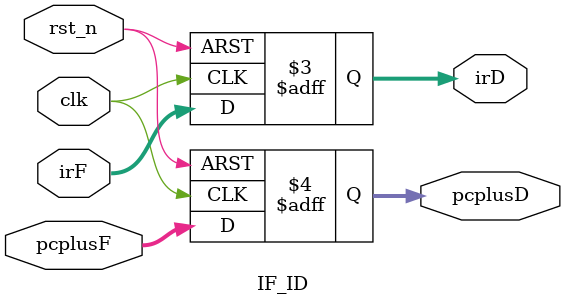
<source format=v>
`timescale 1ns / 1ps
module IF_ID(
	input clk,
	input rst_n,
	input [31:0] irF,
	output reg [31:0] irD,
	input [31:0] pcplusF,
	output reg [31:0] pcplusD
    );
	 
always@(posedge clk or negedge rst_n)
begin
	if(~rst_n)
	begin
		irD <= 32'h0;
		pcplusD <= 32'h0;
	end
	else
	begin
		irD <= irF;
		pcplusD <= pcplusF;
	end
end


endmodule

</source>
